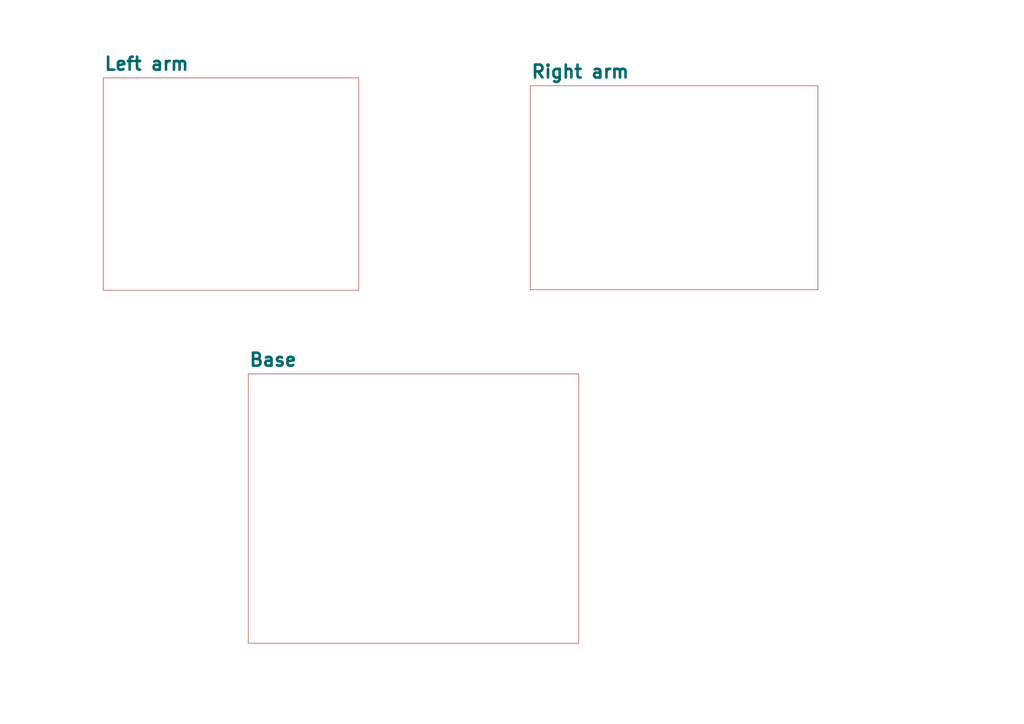
<source format=kicad_sch>
(kicad_sch (version 20211123) (generator eeschema)
  (paper "A2")
  (title_block (title "3D robot project - electronics") (date "2022-06-11") (rev "v0.9") (comment 1 "made by:") (comment 2 "AbdAlHaleem Bakkor Mustafa"))
  (lib_symbols)
  (sheet (at 59.944 45.212) (size 148.082 123.19) (stroke (width 0.1524))
    (property "Sheet name" "Left arm" (at 59.944 41.3854 0) (effects (font (size 7.5 7.5) bold) (justify left bottom)))
    (property "Sheet file" "left arm.kicad_sch" (effects hide))
  )
  (sheet (at 144.018 216.916) (size 191.77 156.21) (stroke (width 0.1524))
    (property "Sheet name" "Base" (at 144.018 213.0894 0) (effects (font (size 7.5 7.5) bold) (justify left bottom)))
    (property "Sheet file" "base.kicad_sch" (effects hide))
  )
  (sheet (at 307.594 49.784) (size 166.878 118.364) (stroke (width 0.1524))
    (property "Sheet name" "Right arm" (at 307.594 45.9574 0) (effects (font (size 7.5 7.5) bold) (justify left bottom)))
    (property "Sheet file" "right arm.kicad_sch" (effects hide))
  )
)
</source>
